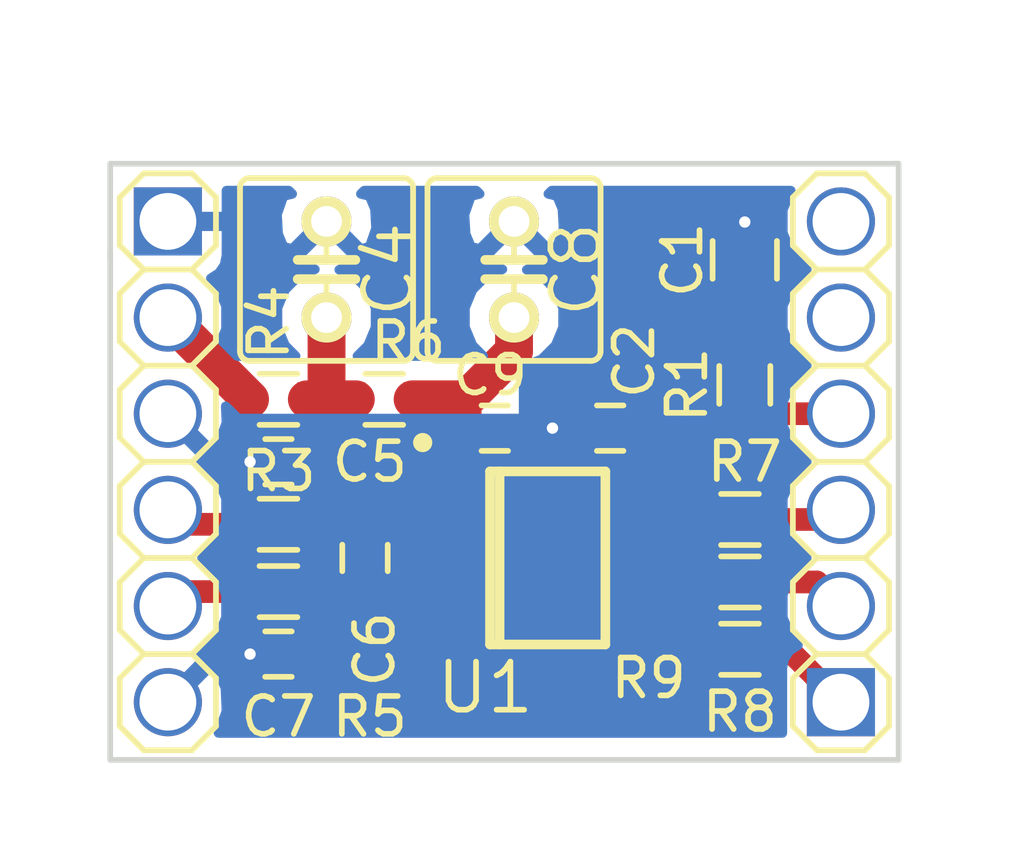
<source format=kicad_pcb>
(kicad_pcb (version 4) (host pcbnew 4.0.4+e1-6308~48~ubuntu16.04.1-stable)

  (general
    (links 34)
    (no_connects 0)
    (area 140.640999 96.190999 161.619001 117.169001)
    (thickness 1.6)
    (drawings 6)
    (tracks 67)
    (zones 0)
    (modules 19)
    (nets 17)
  )

  (page A4)
  (layers
    (0 F.Cu signal)
    (31 B.Cu signal)
    (32 B.Adhes user)
    (33 F.Adhes user)
    (34 B.Paste user)
    (35 F.Paste user)
    (36 B.SilkS user)
    (37 F.SilkS user)
    (38 B.Mask user)
    (39 F.Mask user)
    (40 Dwgs.User user)
    (41 Cmts.User user)
    (42 Eco1.User user)
    (43 Eco2.User user)
    (44 Edge.Cuts user)
    (45 Margin user)
    (46 B.CrtYd user)
    (47 F.CrtYd user)
    (48 B.Fab user)
    (49 F.Fab user)
  )

  (setup
    (last_trace_width 0.6)
    (user_trace_width 0.3)
    (user_trace_width 0.4)
    (user_trace_width 0.6)
    (user_trace_width 0.8)
    (user_trace_width 1)
    (user_trace_width 1.5)
    (user_trace_width 1.8)
    (trace_clearance 0.2)
    (zone_clearance 0.508)
    (zone_45_only yes)
    (trace_min 0.2)
    (segment_width 0.2)
    (edge_width 0.15)
    (via_size 0.6)
    (via_drill 0.4)
    (via_min_size 0.4)
    (via_min_drill 0.3)
    (user_via 0.5 0.3)
    (user_via 0.6 0.4)
    (user_via 0.8 0.6)
    (user_via 1 0.8)
    (user_via 1.2 1)
    (user_via 1.8 1.5)
    (user_via 2.2 1.8)
    (uvia_size 0.3)
    (uvia_drill 0.1)
    (uvias_allowed no)
    (uvia_min_size 0.2)
    (uvia_min_drill 0.1)
    (pcb_text_width 0.3)
    (pcb_text_size 1.5 1.5)
    (mod_edge_width 0.15)
    (mod_text_size 1 1)
    (mod_text_width 0.15)
    (pad_size 1.524 1.524)
    (pad_drill 0.762)
    (pad_to_mask_clearance 0.2)
    (aux_axis_origin 0 0)
    (visible_elements FFFFFF7F)
    (pcbplotparams
      (layerselection 0x00030_80000001)
      (usegerberextensions false)
      (excludeedgelayer true)
      (linewidth 0.100000)
      (plotframeref false)
      (viasonmask false)
      (mode 1)
      (useauxorigin false)
      (hpglpennumber 1)
      (hpglpenspeed 20)
      (hpglpendiameter 15)
      (hpglpenoverlay 2)
      (psnegative false)
      (psa4output false)
      (plotreference true)
      (plotvalue true)
      (plotinvisibletext false)
      (padsonsilk false)
      (subtractmaskfromsilk false)
      (outputformat 1)
      (mirror false)
      (drillshape 1)
      (scaleselection 1)
      (outputdirectory ""))
  )

  (net 0 "")
  (net 1 GND)
  (net 2 VDD)
  (net 3 "Net-(C4-Pad2)")
  (net 4 "Net-(C5-Pad2)")
  (net 5 "Net-(C6-Pad2)")
  (net 6 "Net-(C8-Pad2)")
  (net 7 "Net-(J1-Pad2)")
  (net 8 "Net-(J1-Pad4)")
  (net 9 "Net-(J2-Pad3)")
  (net 10 "Net-(J2-Pad4)")
  (net 11 "Net-(R7-Pad2)")
  (net 12 "Net-(R8-Pad2)")
  (net 13 "Net-(R9-Pad2)")
  (net 14 "Net-(J1-Pad5)")
  (net 15 "Net-(J2-Pad1)")
  (net 16 "Net-(J2-Pad2)")

  (net_class Default "This is the default net class."
    (clearance 0.2)
    (trace_width 0.25)
    (via_dia 0.6)
    (via_drill 0.4)
    (uvia_dia 0.3)
    (uvia_drill 0.1)
    (add_net GND)
    (add_net "Net-(C4-Pad2)")
    (add_net "Net-(C5-Pad2)")
    (add_net "Net-(C6-Pad2)")
    (add_net "Net-(C8-Pad2)")
    (add_net "Net-(J1-Pad2)")
    (add_net "Net-(J1-Pad4)")
    (add_net "Net-(J1-Pad5)")
    (add_net "Net-(J2-Pad1)")
    (add_net "Net-(J2-Pad2)")
    (add_net "Net-(J2-Pad3)")
    (add_net "Net-(J2-Pad4)")
    (add_net "Net-(R7-Pad2)")
    (add_net "Net-(R8-Pad2)")
    (add_net "Net-(R9-Pad2)")
    (add_net VDD)
  )

  (module "SquantorMicrochip:SN8-(SOIC8)" (layer F.Cu) (tedit 584C4E96) (tstamp 58501047)
    (at 152.273 106.68)
    (path /584C13C3)
    (fp_text reference U1 (at -1.651 3.429) (layer F.SilkS)
      (effects (font (size 1.27 1.27) (thickness 0.15)))
    )
    (fp_text value MCP355X-E_SN (at -1.143 6.604) (layer F.Fab)
      (effects (font (size 1.27 1.27) (thickness 0.15)))
    )
    (fp_line (start -1.27 -2.286) (end -1.27 2.286) (layer F.SilkS) (width 0.254))
    (fp_line (start -1.524 -2.286) (end 1.524 -2.286) (layer F.SilkS) (width 0.254))
    (fp_line (start 1.524 -2.286) (end 1.524 2.286) (layer F.SilkS) (width 0.254))
    (fp_line (start 1.524 2.286) (end -1.524 2.286) (layer F.SilkS) (width 0.254))
    (fp_line (start -1.524 2.286) (end -1.524 -2.286) (layer F.SilkS) (width 0.254))
    (fp_circle (center -3.302 -3.048) (end -3.175 -3.048) (layer F.SilkS) (width 0.254))
    (pad 4 smd rect (at -2.667 1.905 270) (size 0.6 1.55) (layers F.Cu F.Paste F.Mask)
      (net 1 GND))
    (pad 3 smd rect (at -2.667 0.635 270) (size 0.6 1.55) (layers F.Cu F.Paste F.Mask)
      (net 5 "Net-(C6-Pad2)"))
    (pad 2 smd rect (at -2.667 -0.635 270) (size 0.6 1.55) (layers F.Cu F.Paste F.Mask)
      (net 4 "Net-(C5-Pad2)"))
    (pad 1 smd rect (at -2.667 -1.905 270) (size 0.6 1.55) (layers F.Cu F.Paste F.Mask)
      (net 6 "Net-(C8-Pad2)"))
    (pad 5 smd rect (at 2.733 1.905 270) (size 0.6 1.55) (layers F.Cu F.Paste F.Mask)
      (net 12 "Net-(R8-Pad2)"))
    (pad 6 smd rect (at 2.733 0.635 270) (size 0.6 1.55) (layers F.Cu F.Paste F.Mask)
      (net 13 "Net-(R9-Pad2)"))
    (pad 7 smd rect (at 2.733 -0.635 270) (size 0.6 1.55) (layers F.Cu F.Paste F.Mask)
      (net 11 "Net-(R7-Pad2)"))
    (pad 8 smd rect (at 2.733 -1.905 270) (size 0.6 1.55) (layers F.Cu F.Paste F.Mask)
      (net 2 VDD))
  )

  (module Capacitors_SMD:C_0603 (layer F.Cu) (tedit 584C4F76) (tstamp 584E3793)
    (at 153.924 103.251 180)
    (descr "Capacitor SMD 0603, reflow soldering, AVX (see smccp.pdf)")
    (tags "capacitor 0603")
    (path /584C446E)
    (attr smd)
    (fp_text reference C2 (at -0.635 1.778 270) (layer F.SilkS)
      (effects (font (size 1 1) (thickness 0.15)))
    )
    (fp_text value 10n (at 0 8.255 180) (layer F.Fab)
      (effects (font (size 1 1) (thickness 0.15)))
    )
    (fp_line (start -0.8 0.4) (end -0.8 -0.4) (layer F.Fab) (width 0.15))
    (fp_line (start 0.8 0.4) (end -0.8 0.4) (layer F.Fab) (width 0.15))
    (fp_line (start 0.8 -0.4) (end 0.8 0.4) (layer F.Fab) (width 0.15))
    (fp_line (start -0.8 -0.4) (end 0.8 -0.4) (layer F.Fab) (width 0.15))
    (fp_line (start -1.45 -0.75) (end 1.45 -0.75) (layer F.CrtYd) (width 0.05))
    (fp_line (start -1.45 0.75) (end 1.45 0.75) (layer F.CrtYd) (width 0.05))
    (fp_line (start -1.45 -0.75) (end -1.45 0.75) (layer F.CrtYd) (width 0.05))
    (fp_line (start 1.45 -0.75) (end 1.45 0.75) (layer F.CrtYd) (width 0.05))
    (fp_line (start -0.35 -0.6) (end 0.35 -0.6) (layer F.SilkS) (width 0.15))
    (fp_line (start 0.35 0.6) (end -0.35 0.6) (layer F.SilkS) (width 0.15))
    (pad 1 smd rect (at -0.75 0 180) (size 0.8 0.75) (layers F.Cu F.Paste F.Mask)
      (net 2 VDD))
    (pad 2 smd rect (at 0.75 0 180) (size 0.8 0.75) (layers F.Cu F.Paste F.Mask)
      (net 1 GND))
    (model Capacitors_SMD.3dshapes/C_0603.wrl
      (at (xyz 0 0 0))
      (scale (xyz 1 1 1))
      (rotate (xyz 0 0 0))
    )
  )

  (module Capacitors_SMD:C_0603 (layer F.Cu) (tedit 584C4F7D) (tstamp 584E37C9)
    (at 145.161 104.14)
    (descr "Capacitor SMD 0603, reflow soldering, AVX (see smccp.pdf)")
    (tags "capacitor 0603")
    (path /584C2D81)
    (attr smd)
    (fp_text reference C5 (at 2.413 0) (layer F.SilkS)
      (effects (font (size 1 1) (thickness 0.15)))
    )
    (fp_text value C (at -5.461 0) (layer F.Fab)
      (effects (font (size 1 1) (thickness 0.15)))
    )
    (fp_line (start -0.8 0.4) (end -0.8 -0.4) (layer F.Fab) (width 0.15))
    (fp_line (start 0.8 0.4) (end -0.8 0.4) (layer F.Fab) (width 0.15))
    (fp_line (start 0.8 -0.4) (end 0.8 0.4) (layer F.Fab) (width 0.15))
    (fp_line (start -0.8 -0.4) (end 0.8 -0.4) (layer F.Fab) (width 0.15))
    (fp_line (start -1.45 -0.75) (end 1.45 -0.75) (layer F.CrtYd) (width 0.05))
    (fp_line (start -1.45 0.75) (end 1.45 0.75) (layer F.CrtYd) (width 0.05))
    (fp_line (start -1.45 -0.75) (end -1.45 0.75) (layer F.CrtYd) (width 0.05))
    (fp_line (start 1.45 -0.75) (end 1.45 0.75) (layer F.CrtYd) (width 0.05))
    (fp_line (start -0.35 -0.6) (end 0.35 -0.6) (layer F.SilkS) (width 0.15))
    (fp_line (start 0.35 0.6) (end -0.35 0.6) (layer F.SilkS) (width 0.15))
    (pad 1 smd rect (at -0.75 0) (size 0.8 0.75) (layers F.Cu F.Paste F.Mask)
      (net 1 GND))
    (pad 2 smd rect (at 0.75 0) (size 0.8 0.75) (layers F.Cu F.Paste F.Mask)
      (net 4 "Net-(C5-Pad2)"))
    (model Capacitors_SMD.3dshapes/C_0603.wrl
      (at (xyz 0 0 0))
      (scale (xyz 1 1 1))
      (rotate (xyz 0 0 0))
    )
  )

  (module Capacitors_SMD:C_0603 (layer F.Cu) (tedit 584C4F2B) (tstamp 584E37D9)
    (at 147.447 106.68 270)
    (descr "Capacitor SMD 0603, reflow soldering, AVX (see smccp.pdf)")
    (tags "capacitor 0603")
    (path /584C2AE8)
    (attr smd)
    (fp_text reference C6 (at 2.413 -0.254 270) (layer F.SilkS)
      (effects (font (size 1 1) (thickness 0.15)))
    )
    (fp_text value C (at 0 9.017 540) (layer F.Fab)
      (effects (font (size 1 1) (thickness 0.15)))
    )
    (fp_line (start -0.8 0.4) (end -0.8 -0.4) (layer F.Fab) (width 0.15))
    (fp_line (start 0.8 0.4) (end -0.8 0.4) (layer F.Fab) (width 0.15))
    (fp_line (start 0.8 -0.4) (end 0.8 0.4) (layer F.Fab) (width 0.15))
    (fp_line (start -0.8 -0.4) (end 0.8 -0.4) (layer F.Fab) (width 0.15))
    (fp_line (start -1.45 -0.75) (end 1.45 -0.75) (layer F.CrtYd) (width 0.05))
    (fp_line (start -1.45 0.75) (end 1.45 0.75) (layer F.CrtYd) (width 0.05))
    (fp_line (start -1.45 -0.75) (end -1.45 0.75) (layer F.CrtYd) (width 0.05))
    (fp_line (start 1.45 -0.75) (end 1.45 0.75) (layer F.CrtYd) (width 0.05))
    (fp_line (start -0.35 -0.6) (end 0.35 -0.6) (layer F.SilkS) (width 0.15))
    (fp_line (start 0.35 0.6) (end -0.35 0.6) (layer F.SilkS) (width 0.15))
    (pad 1 smd rect (at -0.75 0 270) (size 0.8 0.75) (layers F.Cu F.Paste F.Mask)
      (net 4 "Net-(C5-Pad2)"))
    (pad 2 smd rect (at 0.75 0 270) (size 0.8 0.75) (layers F.Cu F.Paste F.Mask)
      (net 5 "Net-(C6-Pad2)"))
    (model Capacitors_SMD.3dshapes/C_0603.wrl
      (at (xyz 0 0 0))
      (scale (xyz 1 1 1))
      (rotate (xyz 0 0 0))
    )
  )

  (module Capacitors_SMD:C_0603 (layer F.Cu) (tedit 584C4F25) (tstamp 584E37E9)
    (at 145.161 109.22 180)
    (descr "Capacitor SMD 0603, reflow soldering, AVX (see smccp.pdf)")
    (tags "capacitor 0603")
    (path /584C2DE2)
    (attr smd)
    (fp_text reference C7 (at 0 -1.651 180) (layer F.SilkS)
      (effects (font (size 1 1) (thickness 0.15)))
    )
    (fp_text value C (at 5.461 0 180) (layer F.Fab)
      (effects (font (size 1 1) (thickness 0.15)))
    )
    (fp_line (start -0.8 0.4) (end -0.8 -0.4) (layer F.Fab) (width 0.15))
    (fp_line (start 0.8 0.4) (end -0.8 0.4) (layer F.Fab) (width 0.15))
    (fp_line (start 0.8 -0.4) (end 0.8 0.4) (layer F.Fab) (width 0.15))
    (fp_line (start -0.8 -0.4) (end 0.8 -0.4) (layer F.Fab) (width 0.15))
    (fp_line (start -1.45 -0.75) (end 1.45 -0.75) (layer F.CrtYd) (width 0.05))
    (fp_line (start -1.45 0.75) (end 1.45 0.75) (layer F.CrtYd) (width 0.05))
    (fp_line (start -1.45 -0.75) (end -1.45 0.75) (layer F.CrtYd) (width 0.05))
    (fp_line (start 1.45 -0.75) (end 1.45 0.75) (layer F.CrtYd) (width 0.05))
    (fp_line (start -0.35 -0.6) (end 0.35 -0.6) (layer F.SilkS) (width 0.15))
    (fp_line (start 0.35 0.6) (end -0.35 0.6) (layer F.SilkS) (width 0.15))
    (pad 1 smd rect (at -0.75 0 180) (size 0.8 0.75) (layers F.Cu F.Paste F.Mask)
      (net 5 "Net-(C6-Pad2)"))
    (pad 2 smd rect (at 0.75 0 180) (size 0.8 0.75) (layers F.Cu F.Paste F.Mask)
      (net 1 GND))
    (model Capacitors_SMD.3dshapes/C_0603.wrl
      (at (xyz 0 0 0))
      (scale (xyz 1 1 1))
      (rotate (xyz 0 0 0))
    )
  )

  (module Resistors_SMD:R_0603 (layer F.Cu) (tedit 584C4F78) (tstamp 584E3825)
    (at 157.48 102.108 90)
    (descr "Resistor SMD 0603, reflow soldering, Vishay (see dcrcw.pdf)")
    (tags "resistor 0603")
    (path /584C4B10)
    (attr smd)
    (fp_text reference R1 (at 0 -1.524 90) (layer F.SilkS)
      (effects (font (size 1 1) (thickness 0.15)))
    )
    (fp_text value 100 (at 0.127 5.08 90) (layer F.Fab)
      (effects (font (size 1 1) (thickness 0.15)))
    )
    (fp_line (start -0.8 0.4) (end -0.8 -0.4) (layer F.Fab) (width 0.1))
    (fp_line (start 0.8 0.4) (end -0.8 0.4) (layer F.Fab) (width 0.1))
    (fp_line (start 0.8 -0.4) (end 0.8 0.4) (layer F.Fab) (width 0.1))
    (fp_line (start -0.8 -0.4) (end 0.8 -0.4) (layer F.Fab) (width 0.1))
    (fp_line (start -1.3 -0.8) (end 1.3 -0.8) (layer F.CrtYd) (width 0.05))
    (fp_line (start -1.3 0.8) (end 1.3 0.8) (layer F.CrtYd) (width 0.05))
    (fp_line (start -1.3 -0.8) (end -1.3 0.8) (layer F.CrtYd) (width 0.05))
    (fp_line (start 1.3 -0.8) (end 1.3 0.8) (layer F.CrtYd) (width 0.05))
    (fp_line (start 0.5 0.675) (end -0.5 0.675) (layer F.SilkS) (width 0.15))
    (fp_line (start -0.5 -0.675) (end 0.5 -0.675) (layer F.SilkS) (width 0.15))
    (pad 1 smd rect (at -0.75 0 90) (size 0.5 0.9) (layers F.Cu F.Paste F.Mask)
      (net 10 "Net-(J2-Pad4)"))
    (pad 2 smd rect (at 0.75 0 90) (size 0.5 0.9) (layers F.Cu F.Paste F.Mask)
      (net 2 VDD))
    (model Resistors_SMD.3dshapes/R_0603.wrl
      (at (xyz 0 0 0))
      (scale (xyz 1 1 1))
      (rotate (xyz 0 0 0))
    )
  )

  (module Resistors_SMD:R_0603 (layer F.Cu) (tedit 584C4F3F) (tstamp 584E3845)
    (at 145.161 102.489 180)
    (descr "Resistor SMD 0603, reflow soldering, Vishay (see dcrcw.pdf)")
    (tags "resistor 0603")
    (path /584C241D)
    (attr smd)
    (fp_text reference R3 (at 0 -1.9 180) (layer F.SilkS)
      (effects (font (size 1 1) (thickness 0.15)))
    )
    (fp_text value 100 (at 0.381 8.001 270) (layer F.Fab)
      (effects (font (size 1 1) (thickness 0.15)))
    )
    (fp_line (start -0.8 0.4) (end -0.8 -0.4) (layer F.Fab) (width 0.1))
    (fp_line (start 0.8 0.4) (end -0.8 0.4) (layer F.Fab) (width 0.1))
    (fp_line (start 0.8 -0.4) (end 0.8 0.4) (layer F.Fab) (width 0.1))
    (fp_line (start -0.8 -0.4) (end 0.8 -0.4) (layer F.Fab) (width 0.1))
    (fp_line (start -1.3 -0.8) (end 1.3 -0.8) (layer F.CrtYd) (width 0.05))
    (fp_line (start -1.3 0.8) (end 1.3 0.8) (layer F.CrtYd) (width 0.05))
    (fp_line (start -1.3 -0.8) (end -1.3 0.8) (layer F.CrtYd) (width 0.05))
    (fp_line (start 1.3 -0.8) (end 1.3 0.8) (layer F.CrtYd) (width 0.05))
    (fp_line (start 0.5 0.675) (end -0.5 0.675) (layer F.SilkS) (width 0.15))
    (fp_line (start -0.5 -0.675) (end 0.5 -0.675) (layer F.SilkS) (width 0.15))
    (pad 1 smd rect (at -0.75 0 180) (size 0.5 0.9) (layers F.Cu F.Paste F.Mask)
      (net 3 "Net-(C4-Pad2)"))
    (pad 2 smd rect (at 0.75 0 180) (size 0.5 0.9) (layers F.Cu F.Paste F.Mask)
      (net 7 "Net-(J1-Pad2)"))
    (model Resistors_SMD.3dshapes/R_0603.wrl
      (at (xyz 0 0 0))
      (scale (xyz 1 1 1))
      (rotate (xyz 0 0 0))
    )
  )

  (module Resistors_SMD:R_0603 (layer F.Cu) (tedit 584C4F1F) (tstamp 584E3855)
    (at 145.161 105.791 180)
    (descr "Resistor SMD 0603, reflow soldering, Vishay (see dcrcw.pdf)")
    (tags "resistor 0603")
    (path /584C2932)
    (attr smd)
    (fp_text reference R4 (at 0.254 5.334 270) (layer F.SilkS)
      (effects (font (size 1 1) (thickness 0.15)))
    )
    (fp_text value R (at 5.461 0 180) (layer F.Fab)
      (effects (font (size 1 1) (thickness 0.15)))
    )
    (fp_line (start -0.8 0.4) (end -0.8 -0.4) (layer F.Fab) (width 0.1))
    (fp_line (start 0.8 0.4) (end -0.8 0.4) (layer F.Fab) (width 0.1))
    (fp_line (start 0.8 -0.4) (end 0.8 0.4) (layer F.Fab) (width 0.1))
    (fp_line (start -0.8 -0.4) (end 0.8 -0.4) (layer F.Fab) (width 0.1))
    (fp_line (start -1.3 -0.8) (end 1.3 -0.8) (layer F.CrtYd) (width 0.05))
    (fp_line (start -1.3 0.8) (end 1.3 0.8) (layer F.CrtYd) (width 0.05))
    (fp_line (start -1.3 -0.8) (end -1.3 0.8) (layer F.CrtYd) (width 0.05))
    (fp_line (start 1.3 -0.8) (end 1.3 0.8) (layer F.CrtYd) (width 0.05))
    (fp_line (start 0.5 0.675) (end -0.5 0.675) (layer F.SilkS) (width 0.15))
    (fp_line (start -0.5 -0.675) (end 0.5 -0.675) (layer F.SilkS) (width 0.15))
    (pad 1 smd rect (at -0.75 0 180) (size 0.5 0.9) (layers F.Cu F.Paste F.Mask)
      (net 4 "Net-(C5-Pad2)"))
    (pad 2 smd rect (at 0.75 0 180) (size 0.5 0.9) (layers F.Cu F.Paste F.Mask)
      (net 8 "Net-(J1-Pad4)"))
    (model Resistors_SMD.3dshapes/R_0603.wrl
      (at (xyz 0 0 0))
      (scale (xyz 1 1 1))
      (rotate (xyz 0 0 0))
    )
  )

  (module Resistors_SMD:R_0603 (layer F.Cu) (tedit 584C4F23) (tstamp 584E3865)
    (at 145.161 107.569 180)
    (descr "Resistor SMD 0603, reflow soldering, Vishay (see dcrcw.pdf)")
    (tags "resistor 0603")
    (path /584C2A97)
    (attr smd)
    (fp_text reference R5 (at -2.413 -3.302 180) (layer F.SilkS)
      (effects (font (size 1 1) (thickness 0.15)))
    )
    (fp_text value R (at 5.461 0.127 180) (layer F.Fab)
      (effects (font (size 1 1) (thickness 0.15)))
    )
    (fp_line (start -0.8 0.4) (end -0.8 -0.4) (layer F.Fab) (width 0.1))
    (fp_line (start 0.8 0.4) (end -0.8 0.4) (layer F.Fab) (width 0.1))
    (fp_line (start 0.8 -0.4) (end 0.8 0.4) (layer F.Fab) (width 0.1))
    (fp_line (start -0.8 -0.4) (end 0.8 -0.4) (layer F.Fab) (width 0.1))
    (fp_line (start -1.3 -0.8) (end 1.3 -0.8) (layer F.CrtYd) (width 0.05))
    (fp_line (start -1.3 0.8) (end 1.3 0.8) (layer F.CrtYd) (width 0.05))
    (fp_line (start -1.3 -0.8) (end -1.3 0.8) (layer F.CrtYd) (width 0.05))
    (fp_line (start 1.3 -0.8) (end 1.3 0.8) (layer F.CrtYd) (width 0.05))
    (fp_line (start 0.5 0.675) (end -0.5 0.675) (layer F.SilkS) (width 0.15))
    (fp_line (start -0.5 -0.675) (end 0.5 -0.675) (layer F.SilkS) (width 0.15))
    (pad 1 smd rect (at -0.75 0 180) (size 0.5 0.9) (layers F.Cu F.Paste F.Mask)
      (net 5 "Net-(C6-Pad2)"))
    (pad 2 smd rect (at 0.75 0 180) (size 0.5 0.9) (layers F.Cu F.Paste F.Mask)
      (net 14 "Net-(J1-Pad5)"))
    (model Resistors_SMD.3dshapes/R_0603.wrl
      (at (xyz 0 0 0))
      (scale (xyz 1 1 1))
      (rotate (xyz 0 0 0))
    )
  )

  (module Resistors_SMD:R_0603 (layer F.Cu) (tedit 584C4F40) (tstamp 584E3875)
    (at 147.955 102.489 180)
    (descr "Resistor SMD 0603, reflow soldering, Vishay (see dcrcw.pdf)")
    (tags "resistor 0603")
    (path /584C245E)
    (attr smd)
    (fp_text reference R6 (at -0.635 1.524 180) (layer F.SilkS)
      (effects (font (size 1 1) (thickness 0.15)))
    )
    (fp_text value 100 (at -0.254 8.001 270) (layer F.Fab)
      (effects (font (size 1 1) (thickness 0.15)))
    )
    (fp_line (start -0.8 0.4) (end -0.8 -0.4) (layer F.Fab) (width 0.1))
    (fp_line (start 0.8 0.4) (end -0.8 0.4) (layer F.Fab) (width 0.1))
    (fp_line (start 0.8 -0.4) (end 0.8 0.4) (layer F.Fab) (width 0.1))
    (fp_line (start -0.8 -0.4) (end 0.8 -0.4) (layer F.Fab) (width 0.1))
    (fp_line (start -1.3 -0.8) (end 1.3 -0.8) (layer F.CrtYd) (width 0.05))
    (fp_line (start -1.3 0.8) (end 1.3 0.8) (layer F.CrtYd) (width 0.05))
    (fp_line (start -1.3 -0.8) (end -1.3 0.8) (layer F.CrtYd) (width 0.05))
    (fp_line (start 1.3 -0.8) (end 1.3 0.8) (layer F.CrtYd) (width 0.05))
    (fp_line (start 0.5 0.675) (end -0.5 0.675) (layer F.SilkS) (width 0.15))
    (fp_line (start -0.5 -0.675) (end 0.5 -0.675) (layer F.SilkS) (width 0.15))
    (pad 1 smd rect (at -0.75 0 180) (size 0.5 0.9) (layers F.Cu F.Paste F.Mask)
      (net 6 "Net-(C8-Pad2)"))
    (pad 2 smd rect (at 0.75 0 180) (size 0.5 0.9) (layers F.Cu F.Paste F.Mask)
      (net 3 "Net-(C4-Pad2)"))
    (model Resistors_SMD.3dshapes/R_0603.wrl
      (at (xyz 0 0 0))
      (scale (xyz 1 1 1))
      (rotate (xyz 0 0 0))
    )
  )

  (module Resistors_SMD:R_0603 (layer F.Cu) (tedit 584C4EB9) (tstamp 584E3885)
    (at 157.353 105.664 180)
    (descr "Resistor SMD 0603, reflow soldering, Vishay (see dcrcw.pdf)")
    (tags "resistor 0603")
    (path /584C1B83)
    (attr smd)
    (fp_text reference R7 (at -0.127 1.524 180) (layer F.SilkS)
      (effects (font (size 1 1) (thickness 0.15)))
    )
    (fp_text value 100 (at -5.842 0.127 180) (layer F.Fab)
      (effects (font (size 1 1) (thickness 0.15)))
    )
    (fp_line (start -0.8 0.4) (end -0.8 -0.4) (layer F.Fab) (width 0.1))
    (fp_line (start 0.8 0.4) (end -0.8 0.4) (layer F.Fab) (width 0.1))
    (fp_line (start 0.8 -0.4) (end 0.8 0.4) (layer F.Fab) (width 0.1))
    (fp_line (start -0.8 -0.4) (end 0.8 -0.4) (layer F.Fab) (width 0.1))
    (fp_line (start -1.3 -0.8) (end 1.3 -0.8) (layer F.CrtYd) (width 0.05))
    (fp_line (start -1.3 0.8) (end 1.3 0.8) (layer F.CrtYd) (width 0.05))
    (fp_line (start -1.3 -0.8) (end -1.3 0.8) (layer F.CrtYd) (width 0.05))
    (fp_line (start 1.3 -0.8) (end 1.3 0.8) (layer F.CrtYd) (width 0.05))
    (fp_line (start 0.5 0.675) (end -0.5 0.675) (layer F.SilkS) (width 0.15))
    (fp_line (start -0.5 -0.675) (end 0.5 -0.675) (layer F.SilkS) (width 0.15))
    (pad 1 smd rect (at -0.75 0 180) (size 0.5 0.9) (layers F.Cu F.Paste F.Mask)
      (net 9 "Net-(J2-Pad3)"))
    (pad 2 smd rect (at 0.75 0 180) (size 0.5 0.9) (layers F.Cu F.Paste F.Mask)
      (net 11 "Net-(R7-Pad2)"))
    (model Resistors_SMD.3dshapes/R_0603.wrl
      (at (xyz 0 0 0))
      (scale (xyz 1 1 1))
      (rotate (xyz 0 0 0))
    )
  )

  (module Resistors_SMD:R_0603 (layer F.Cu) (tedit 584C4EE9) (tstamp 584E3895)
    (at 157.353 109.093 180)
    (descr "Resistor SMD 0603, reflow soldering, Vishay (see dcrcw.pdf)")
    (tags "resistor 0603")
    (path /584C1C6B)
    (attr smd)
    (fp_text reference R8 (at 0 -1.651 180) (layer F.SilkS)
      (effects (font (size 1 1) (thickness 0.15)))
    )
    (fp_text value 100 (at -5.969 0 180) (layer F.Fab)
      (effects (font (size 1 1) (thickness 0.15)))
    )
    (fp_line (start -0.8 0.4) (end -0.8 -0.4) (layer F.Fab) (width 0.1))
    (fp_line (start 0.8 0.4) (end -0.8 0.4) (layer F.Fab) (width 0.1))
    (fp_line (start 0.8 -0.4) (end 0.8 0.4) (layer F.Fab) (width 0.1))
    (fp_line (start -0.8 -0.4) (end 0.8 -0.4) (layer F.Fab) (width 0.1))
    (fp_line (start -1.3 -0.8) (end 1.3 -0.8) (layer F.CrtYd) (width 0.05))
    (fp_line (start -1.3 0.8) (end 1.3 0.8) (layer F.CrtYd) (width 0.05))
    (fp_line (start -1.3 -0.8) (end -1.3 0.8) (layer F.CrtYd) (width 0.05))
    (fp_line (start 1.3 -0.8) (end 1.3 0.8) (layer F.CrtYd) (width 0.05))
    (fp_line (start 0.5 0.675) (end -0.5 0.675) (layer F.SilkS) (width 0.15))
    (fp_line (start -0.5 -0.675) (end 0.5 -0.675) (layer F.SilkS) (width 0.15))
    (pad 1 smd rect (at -0.75 0 180) (size 0.5 0.9) (layers F.Cu F.Paste F.Mask)
      (net 15 "Net-(J2-Pad1)"))
    (pad 2 smd rect (at 0.75 0 180) (size 0.5 0.9) (layers F.Cu F.Paste F.Mask)
      (net 12 "Net-(R8-Pad2)"))
    (model Resistors_SMD.3dshapes/R_0603.wrl
      (at (xyz 0 0 0))
      (scale (xyz 1 1 1))
      (rotate (xyz 0 0 0))
    )
  )

  (module Resistors_SMD:R_0603 (layer F.Cu) (tedit 584C4EE7) (tstamp 584E38A5)
    (at 157.353 107.315 180)
    (descr "Resistor SMD 0603, reflow soldering, Vishay (see dcrcw.pdf)")
    (tags "resistor 0603")
    (path /584C1C14)
    (attr smd)
    (fp_text reference R9 (at 2.413 -2.54 180) (layer F.SilkS)
      (effects (font (size 1 1) (thickness 0.15)))
    )
    (fp_text value 100 (at -5.842 0 180) (layer F.Fab)
      (effects (font (size 1 1) (thickness 0.15)))
    )
    (fp_line (start -0.8 0.4) (end -0.8 -0.4) (layer F.Fab) (width 0.1))
    (fp_line (start 0.8 0.4) (end -0.8 0.4) (layer F.Fab) (width 0.1))
    (fp_line (start 0.8 -0.4) (end 0.8 0.4) (layer F.Fab) (width 0.1))
    (fp_line (start -0.8 -0.4) (end 0.8 -0.4) (layer F.Fab) (width 0.1))
    (fp_line (start -1.3 -0.8) (end 1.3 -0.8) (layer F.CrtYd) (width 0.05))
    (fp_line (start -1.3 0.8) (end 1.3 0.8) (layer F.CrtYd) (width 0.05))
    (fp_line (start -1.3 -0.8) (end -1.3 0.8) (layer F.CrtYd) (width 0.05))
    (fp_line (start 1.3 -0.8) (end 1.3 0.8) (layer F.CrtYd) (width 0.05))
    (fp_line (start 0.5 0.675) (end -0.5 0.675) (layer F.SilkS) (width 0.15))
    (fp_line (start -0.5 -0.675) (end 0.5 -0.675) (layer F.SilkS) (width 0.15))
    (pad 1 smd rect (at -0.75 0 180) (size 0.5 0.9) (layers F.Cu F.Paste F.Mask)
      (net 16 "Net-(J2-Pad2)"))
    (pad 2 smd rect (at 0.75 0 180) (size 0.5 0.9) (layers F.Cu F.Paste F.Mask)
      (net 13 "Net-(R9-Pad2)"))
    (model Resistors_SMD.3dshapes/R_0603.wrl
      (at (xyz 0 0 0))
      (scale (xyz 1 1 1))
      (rotate (xyz 0 0 0))
    )
  )

  (module Capacitors_SMD:C_0805 (layer F.Cu) (tedit 584C4F6C) (tstamp 584C4480)
    (at 157.48 98.806 90)
    (descr "Capacitor SMD 0805, reflow soldering, AVX (see smccp.pdf)")
    (tags "capacitor 0805")
    (path /584C4507)
    (attr smd)
    (fp_text reference C1 (at 0 -1.651 90) (layer F.SilkS)
      (effects (font (size 1 1) (thickness 0.15)))
    )
    (fp_text value 1u (at 3.556 -0.127 90) (layer F.Fab)
      (effects (font (size 1 1) (thickness 0.15)))
    )
    (fp_line (start -1 0.625) (end -1 -0.625) (layer F.Fab) (width 0.15))
    (fp_line (start 1 0.625) (end -1 0.625) (layer F.Fab) (width 0.15))
    (fp_line (start 1 -0.625) (end 1 0.625) (layer F.Fab) (width 0.15))
    (fp_line (start -1 -0.625) (end 1 -0.625) (layer F.Fab) (width 0.15))
    (fp_line (start -1.8 -1) (end 1.8 -1) (layer F.CrtYd) (width 0.05))
    (fp_line (start -1.8 1) (end 1.8 1) (layer F.CrtYd) (width 0.05))
    (fp_line (start -1.8 -1) (end -1.8 1) (layer F.CrtYd) (width 0.05))
    (fp_line (start 1.8 -1) (end 1.8 1) (layer F.CrtYd) (width 0.05))
    (fp_line (start 0.5 -0.85) (end -0.5 -0.85) (layer F.SilkS) (width 0.15))
    (fp_line (start -0.5 0.85) (end 0.5 0.85) (layer F.SilkS) (width 0.15))
    (pad 1 smd rect (at -1 0 90) (size 1 1.25) (layers F.Cu F.Paste F.Mask)
      (net 2 VDD))
    (pad 2 smd rect (at 1 0 90) (size 1 1.25) (layers F.Cu F.Paste F.Mask)
      (net 1 GND))
    (model Capacitors_SMD.3dshapes/C_0805.wrl
      (at (xyz 0 0 0))
      (scale (xyz 1 1 1))
      (rotate (xyz 0 0 0))
    )
  )

  (module SquantorRcl:RCL-C025-050X050 (layer F.Cu) (tedit 584C4F67) (tstamp 584C448F)
    (at 146.431 99.06 270)
    (descr CAPACITOR)
    (tags CAPACITOR)
    (path /584C2575)
    (attr virtual)
    (fp_text reference C4 (at 0 -1.651 270) (layer F.SilkS)
      (effects (font (size 1.27 1.27) (thickness 0.15)))
    )
    (fp_text value 1u (at -4.318 -0.127 270) (layer F.Fab)
      (effects (font (size 1.27 1.27) (thickness 0.15)))
    )
    (fp_line (start -2.159 -2.286) (end 2.159 -2.286) (layer F.SilkS) (width 0.1524))
    (fp_line (start 2.159 2.286) (end -2.159 2.286) (layer F.SilkS) (width 0.1524))
    (fp_line (start 2.413 -2.032) (end 2.413 2.032) (layer F.SilkS) (width 0.1524))
    (fp_line (start -2.413 -2.032) (end -2.413 2.032) (layer F.SilkS) (width 0.1524))
    (fp_line (start 0.762 0) (end 0.381 0) (layer F.SilkS) (width 0.1524))
    (fp_line (start 0.381 0) (end 0.254 0) (layer F.SilkS) (width 0.1524))
    (fp_line (start 0.254 0) (end 0.254 -0.762) (layer F.SilkS) (width 0.254))
    (fp_line (start 0.254 0) (end 0.254 0.762) (layer F.SilkS) (width 0.254))
    (fp_line (start -0.254 -0.762) (end -0.254 0) (layer F.SilkS) (width 0.254))
    (fp_line (start -0.254 0) (end -0.254 0.762) (layer F.SilkS) (width 0.254))
    (fp_line (start -0.254 0) (end -0.381 0) (layer F.SilkS) (width 0.1524))
    (fp_line (start -0.381 0) (end -0.762 0) (layer F.SilkS) (width 0.1524))
    (fp_arc (start 2.159 -2.032) (end 2.159 -2.286) (angle 90) (layer F.SilkS) (width 0.1524))
    (fp_arc (start -2.159 -2.032) (end -2.413 -2.032) (angle 90) (layer F.SilkS) (width 0.1524))
    (fp_arc (start 2.159 2.032) (end 2.413 2.032) (angle 90) (layer F.SilkS) (width 0.1524))
    (fp_arc (start -2.159 2.032) (end -2.159 2.286) (angle 90) (layer F.SilkS) (width 0.1524))
    (pad 1 thru_hole circle (at -1.27 0 270) (size 1.3208 2.6416) (drill 0.8128) (layers *.Cu F.Paste F.SilkS F.Mask)
      (net 1 GND))
    (pad 2 thru_hole circle (at 1.27 0 270) (size 1.3208 2.6416) (drill 0.8128) (layers *.Cu F.Paste F.SilkS F.Mask)
      (net 3 "Net-(C4-Pad2)"))
  )

  (module SquantorRcl:RCL-C025-050X050 (layer F.Cu) (tedit 584C4F65) (tstamp 584C4494)
    (at 151.384 99.06 270)
    (descr CAPACITOR)
    (tags CAPACITOR)
    (path /584C25B4)
    (attr virtual)
    (fp_text reference C8 (at 0 -1.651 270) (layer F.SilkS)
      (effects (font (size 1.27 1.27) (thickness 0.15)))
    )
    (fp_text value 1u (at -5.842 -0.381 270) (layer F.Fab)
      (effects (font (size 1.27 1.27) (thickness 0.15)))
    )
    (fp_line (start -2.159 -2.286) (end 2.159 -2.286) (layer F.SilkS) (width 0.1524))
    (fp_line (start 2.159 2.286) (end -2.159 2.286) (layer F.SilkS) (width 0.1524))
    (fp_line (start 2.413 -2.032) (end 2.413 2.032) (layer F.SilkS) (width 0.1524))
    (fp_line (start -2.413 -2.032) (end -2.413 2.032) (layer F.SilkS) (width 0.1524))
    (fp_line (start 0.762 0) (end 0.381 0) (layer F.SilkS) (width 0.1524))
    (fp_line (start 0.381 0) (end 0.254 0) (layer F.SilkS) (width 0.1524))
    (fp_line (start 0.254 0) (end 0.254 -0.762) (layer F.SilkS) (width 0.254))
    (fp_line (start 0.254 0) (end 0.254 0.762) (layer F.SilkS) (width 0.254))
    (fp_line (start -0.254 -0.762) (end -0.254 0) (layer F.SilkS) (width 0.254))
    (fp_line (start -0.254 0) (end -0.254 0.762) (layer F.SilkS) (width 0.254))
    (fp_line (start -0.254 0) (end -0.381 0) (layer F.SilkS) (width 0.1524))
    (fp_line (start -0.381 0) (end -0.762 0) (layer F.SilkS) (width 0.1524))
    (fp_arc (start 2.159 -2.032) (end 2.159 -2.286) (angle 90) (layer F.SilkS) (width 0.1524))
    (fp_arc (start -2.159 -2.032) (end -2.413 -2.032) (angle 90) (layer F.SilkS) (width 0.1524))
    (fp_arc (start 2.159 2.032) (end 2.413 2.032) (angle 90) (layer F.SilkS) (width 0.1524))
    (fp_arc (start -2.159 2.032) (end -2.159 2.286) (angle 90) (layer F.SilkS) (width 0.1524))
    (pad 1 thru_hole circle (at -1.27 0 270) (size 1.3208 2.6416) (drill 0.8128) (layers *.Cu F.Paste F.SilkS F.Mask)
      (net 1 GND))
    (pad 2 thru_hole circle (at 1.27 0 270) (size 1.3208 2.6416) (drill 0.8128) (layers *.Cu F.Paste F.SilkS F.Mask)
      (net 6 "Net-(C8-Pad2)"))
  )

  (module Capacitors_SMD:C_0603 (layer F.Cu) (tedit 584C4F45) (tstamp 584C49F0)
    (at 150.876 103.251 180)
    (descr "Capacitor SMD 0603, reflow soldering, AVX (see smccp.pdf)")
    (tags "capacitor 0603")
    (path /584C29A1)
    (attr smd)
    (fp_text reference C9 (at 0.127 1.397 180) (layer F.SilkS)
      (effects (font (size 1 1) (thickness 0.15)))
    )
    (fp_text value 10n (at 0.254 8.255 180) (layer F.Fab)
      (effects (font (size 1 1) (thickness 0.15)))
    )
    (fp_line (start -0.8 0.4) (end -0.8 -0.4) (layer F.Fab) (width 0.15))
    (fp_line (start 0.8 0.4) (end -0.8 0.4) (layer F.Fab) (width 0.15))
    (fp_line (start 0.8 -0.4) (end 0.8 0.4) (layer F.Fab) (width 0.15))
    (fp_line (start -0.8 -0.4) (end 0.8 -0.4) (layer F.Fab) (width 0.15))
    (fp_line (start -1.45 -0.75) (end 1.45 -0.75) (layer F.CrtYd) (width 0.05))
    (fp_line (start -1.45 0.75) (end 1.45 0.75) (layer F.CrtYd) (width 0.05))
    (fp_line (start -1.45 -0.75) (end -1.45 0.75) (layer F.CrtYd) (width 0.05))
    (fp_line (start 1.45 -0.75) (end 1.45 0.75) (layer F.CrtYd) (width 0.05))
    (fp_line (start -0.35 -0.6) (end 0.35 -0.6) (layer F.SilkS) (width 0.15))
    (fp_line (start 0.35 0.6) (end -0.35 0.6) (layer F.SilkS) (width 0.15))
    (pad 1 smd rect (at -0.75 0 180) (size 0.8 0.75) (layers F.Cu F.Paste F.Mask)
      (net 1 GND))
    (pad 2 smd rect (at 0.75 0 180) (size 0.8 0.75) (layers F.Cu F.Paste F.Mask)
      (net 6 "Net-(C8-Pad2)"))
    (model Capacitors_SMD.3dshapes/C_0603.wrl
      (at (xyz 0 0 0))
      (scale (xyz 1 1 1))
      (rotate (xyz 0 0 0))
    )
  )

  (module SquantorConnectors:Header-2.54-1X06-H1.5 (layer F.Cu) (tedit 584C4E80) (tstamp 584C4DCC)
    (at 142.24 104.14 270)
    (descr "PIN HEADER")
    (tags "PIN HEADER")
    (path /584C58EB)
    (attr virtual)
    (fp_text reference J1 (at -6.223 -2.286 270) (layer F.SilkS) hide
      (effects (font (size 1.27 1.27) (thickness 0.15)))
    )
    (fp_text value PINS_1X6 (at 0 2.54 270) (layer F.Fab) hide
      (effects (font (size 1.27 1.27) (thickness 0.15)))
    )
    (fp_line (start 0.635 -1.27) (end 1.905 -1.27) (layer F.SilkS) (width 0.1524))
    (fp_line (start 1.905 -1.27) (end 2.54 -0.635) (layer F.SilkS) (width 0.1524))
    (fp_line (start 2.54 -0.635) (end 2.54 0.635) (layer F.SilkS) (width 0.1524))
    (fp_line (start 2.54 0.635) (end 1.905 1.27) (layer F.SilkS) (width 0.1524))
    (fp_line (start 2.54 -0.635) (end 3.175 -1.27) (layer F.SilkS) (width 0.1524))
    (fp_line (start 3.175 -1.27) (end 4.445 -1.27) (layer F.SilkS) (width 0.1524))
    (fp_line (start 4.445 -1.27) (end 5.08 -0.635) (layer F.SilkS) (width 0.1524))
    (fp_line (start 5.08 -0.635) (end 5.08 0.635) (layer F.SilkS) (width 0.15))
    (fp_line (start 5.08 0.635) (end 4.445 1.27) (layer F.SilkS) (width 0.1524))
    (fp_line (start 4.445 1.27) (end 3.175 1.27) (layer F.SilkS) (width 0.1524))
    (fp_line (start 3.175 1.27) (end 2.54 0.635) (layer F.SilkS) (width 0.1524))
    (fp_line (start -2.54 -0.635) (end -1.905 -1.27) (layer F.SilkS) (width 0.1524))
    (fp_line (start -1.905 -1.27) (end -0.635 -1.27) (layer F.SilkS) (width 0.1524))
    (fp_line (start -0.635 -1.27) (end 0 -0.635) (layer F.SilkS) (width 0.1524))
    (fp_line (start 0 -0.635) (end 0 0.635) (layer F.SilkS) (width 0.1524))
    (fp_line (start 0 0.635) (end -0.635 1.27) (layer F.SilkS) (width 0.1524))
    (fp_line (start -0.635 1.27) (end -1.905 1.27) (layer F.SilkS) (width 0.1524))
    (fp_line (start -1.905 1.27) (end -2.54 0.635) (layer F.SilkS) (width 0.1524))
    (fp_line (start 0.635 -1.27) (end 0 -0.635) (layer F.SilkS) (width 0.1524))
    (fp_line (start 0 0.635) (end 0.635 1.27) (layer F.SilkS) (width 0.1524))
    (fp_line (start 1.905 1.27) (end 0.635 1.27) (layer F.SilkS) (width 0.1524))
    (fp_line (start -6.985 -1.27) (end -5.715 -1.27) (layer F.SilkS) (width 0.1524))
    (fp_line (start -5.715 -1.27) (end -5.08 -0.635) (layer F.SilkS) (width 0.1524))
    (fp_line (start -5.08 -0.635) (end -5.08 0.635) (layer F.SilkS) (width 0.1524))
    (fp_line (start -5.08 0.635) (end -5.715 1.27) (layer F.SilkS) (width 0.1524))
    (fp_line (start -5.08 -0.635) (end -4.445 -1.27) (layer F.SilkS) (width 0.1524))
    (fp_line (start -4.445 -1.27) (end -3.175 -1.27) (layer F.SilkS) (width 0.1524))
    (fp_line (start -3.175 -1.27) (end -2.54 -0.635) (layer F.SilkS) (width 0.1524))
    (fp_line (start -2.54 -0.635) (end -2.54 0.635) (layer F.SilkS) (width 0.1524))
    (fp_line (start -2.54 0.635) (end -3.175 1.27) (layer F.SilkS) (width 0.1524))
    (fp_line (start -3.175 1.27) (end -4.445 1.27) (layer F.SilkS) (width 0.1524))
    (fp_line (start -4.445 1.27) (end -5.08 0.635) (layer F.SilkS) (width 0.1524))
    (fp_line (start -7.62 -0.635) (end -7.62 0.635) (layer F.SilkS) (width 0.1524))
    (fp_line (start -6.985 -1.27) (end -7.62 -0.635) (layer F.SilkS) (width 0.1524))
    (fp_line (start -7.62 0.635) (end -6.985 1.27) (layer F.SilkS) (width 0.1524))
    (fp_line (start -5.715 1.27) (end -6.985 1.27) (layer F.SilkS) (width 0.1524))
    (fp_line (start 5.715 -1.27) (end 6.985 -1.27) (layer F.SilkS) (width 0.1524))
    (fp_line (start 6.985 -1.27) (end 7.62 -0.635) (layer F.SilkS) (width 0.1524))
    (fp_line (start 7.62 -0.635) (end 7.62 0.635) (layer F.SilkS) (width 0.1524))
    (fp_line (start 7.62 0.635) (end 6.985 1.27) (layer F.SilkS) (width 0.1524))
    (fp_line (start 5.715 -1.27) (end 5.08 -0.635) (layer F.SilkS) (width 0.1524))
    (fp_line (start 5.08 0.635) (end 5.715 1.27) (layer F.SilkS) (width 0.1524))
    (fp_line (start 6.985 1.27) (end 5.715 1.27) (layer F.SilkS) (width 0.1524))
    (pad 1 thru_hole trapezoid (at -6.35 0 90) (size 1.8 1.8) (drill 1.5) (layers *.Cu *.Mask)
      (net 1 GND))
    (pad 2 thru_hole circle (at -3.81 0 90) (size 1.8 1.8) (drill 1.5) (layers *.Cu *.Mask)
      (net 7 "Net-(J1-Pad2)"))
    (pad 3 thru_hole circle (at -1.27 0 90) (size 1.8 1.8) (drill 1.5) (layers *.Cu *.Mask)
      (net 1 GND))
    (pad 4 thru_hole circle (at 1.27 0 90) (size 1.8 1.8) (drill 1.5) (layers *.Cu *.Mask)
      (net 8 "Net-(J1-Pad4)"))
    (pad 5 thru_hole circle (at 3.81 0 90) (size 1.8 1.8) (drill 1.5) (layers *.Cu *.Mask)
      (net 14 "Net-(J1-Pad5)"))
    (pad 6 thru_hole circle (at 6.35 0 90) (size 1.8 1.8) (drill 1.5) (layers *.Cu *.Mask)
      (net 1 GND))
  )

  (module SquantorConnectors:Header-2.54-1X06-H1.5 (layer F.Cu) (tedit 584C4ECE) (tstamp 584C4DD5)
    (at 160.02 104.14 90)
    (descr "PIN HEADER")
    (tags "PIN HEADER")
    (path /584C5985)
    (attr virtual)
    (fp_text reference J2 (at -6.223 -2.286 90) (layer F.SilkS) hide
      (effects (font (size 1.27 1.27) (thickness 0.15)))
    )
    (fp_text value PINS_1X6 (at 0 2.54 90) (layer F.Fab) hide
      (effects (font (size 1.27 1.27) (thickness 0.15)))
    )
    (fp_line (start 0.635 -1.27) (end 1.905 -1.27) (layer F.SilkS) (width 0.1524))
    (fp_line (start 1.905 -1.27) (end 2.54 -0.635) (layer F.SilkS) (width 0.1524))
    (fp_line (start 2.54 -0.635) (end 2.54 0.635) (layer F.SilkS) (width 0.1524))
    (fp_line (start 2.54 0.635) (end 1.905 1.27) (layer F.SilkS) (width 0.1524))
    (fp_line (start 2.54 -0.635) (end 3.175 -1.27) (layer F.SilkS) (width 0.1524))
    (fp_line (start 3.175 -1.27) (end 4.445 -1.27) (layer F.SilkS) (width 0.1524))
    (fp_line (start 4.445 -1.27) (end 5.08 -0.635) (layer F.SilkS) (width 0.1524))
    (fp_line (start 5.08 -0.635) (end 5.08 0.635) (layer F.SilkS) (width 0.15))
    (fp_line (start 5.08 0.635) (end 4.445 1.27) (layer F.SilkS) (width 0.1524))
    (fp_line (start 4.445 1.27) (end 3.175 1.27) (layer F.SilkS) (width 0.1524))
    (fp_line (start 3.175 1.27) (end 2.54 0.635) (layer F.SilkS) (width 0.1524))
    (fp_line (start -2.54 -0.635) (end -1.905 -1.27) (layer F.SilkS) (width 0.1524))
    (fp_line (start -1.905 -1.27) (end -0.635 -1.27) (layer F.SilkS) (width 0.1524))
    (fp_line (start -0.635 -1.27) (end 0 -0.635) (layer F.SilkS) (width 0.1524))
    (fp_line (start 0 -0.635) (end 0 0.635) (layer F.SilkS) (width 0.1524))
    (fp_line (start 0 0.635) (end -0.635 1.27) (layer F.SilkS) (width 0.1524))
    (fp_line (start -0.635 1.27) (end -1.905 1.27) (layer F.SilkS) (width 0.1524))
    (fp_line (start -1.905 1.27) (end -2.54 0.635) (layer F.SilkS) (width 0.1524))
    (fp_line (start 0.635 -1.27) (end 0 -0.635) (layer F.SilkS) (width 0.1524))
    (fp_line (start 0 0.635) (end 0.635 1.27) (layer F.SilkS) (width 0.1524))
    (fp_line (start 1.905 1.27) (end 0.635 1.27) (layer F.SilkS) (width 0.1524))
    (fp_line (start -6.985 -1.27) (end -5.715 -1.27) (layer F.SilkS) (width 0.1524))
    (fp_line (start -5.715 -1.27) (end -5.08 -0.635) (layer F.SilkS) (width 0.1524))
    (fp_line (start -5.08 -0.635) (end -5.08 0.635) (layer F.SilkS) (width 0.1524))
    (fp_line (start -5.08 0.635) (end -5.715 1.27) (layer F.SilkS) (width 0.1524))
    (fp_line (start -5.08 -0.635) (end -4.445 -1.27) (layer F.SilkS) (width 0.1524))
    (fp_line (start -4.445 -1.27) (end -3.175 -1.27) (layer F.SilkS) (width 0.1524))
    (fp_line (start -3.175 -1.27) (end -2.54 -0.635) (layer F.SilkS) (width 0.1524))
    (fp_line (start -2.54 -0.635) (end -2.54 0.635) (layer F.SilkS) (width 0.1524))
    (fp_line (start -2.54 0.635) (end -3.175 1.27) (layer F.SilkS) (width 0.1524))
    (fp_line (start -3.175 1.27) (end -4.445 1.27) (layer F.SilkS) (width 0.1524))
    (fp_line (start -4.445 1.27) (end -5.08 0.635) (layer F.SilkS) (width 0.1524))
    (fp_line (start -7.62 -0.635) (end -7.62 0.635) (layer F.SilkS) (width 0.1524))
    (fp_line (start -6.985 -1.27) (end -7.62 -0.635) (layer F.SilkS) (width 0.1524))
    (fp_line (start -7.62 0.635) (end -6.985 1.27) (layer F.SilkS) (width 0.1524))
    (fp_line (start -5.715 1.27) (end -6.985 1.27) (layer F.SilkS) (width 0.1524))
    (fp_line (start 5.715 -1.27) (end 6.985 -1.27) (layer F.SilkS) (width 0.1524))
    (fp_line (start 6.985 -1.27) (end 7.62 -0.635) (layer F.SilkS) (width 0.1524))
    (fp_line (start 7.62 -0.635) (end 7.62 0.635) (layer F.SilkS) (width 0.1524))
    (fp_line (start 7.62 0.635) (end 6.985 1.27) (layer F.SilkS) (width 0.1524))
    (fp_line (start 5.715 -1.27) (end 5.08 -0.635) (layer F.SilkS) (width 0.1524))
    (fp_line (start 5.08 0.635) (end 5.715 1.27) (layer F.SilkS) (width 0.1524))
    (fp_line (start 6.985 1.27) (end 5.715 1.27) (layer F.SilkS) (width 0.1524))
    (pad 1 thru_hole trapezoid (at -6.35 0 270) (size 1.8 1.8) (drill 1.5) (layers *.Cu *.Mask)
      (net 15 "Net-(J2-Pad1)"))
    (pad 2 thru_hole circle (at -3.81 0 270) (size 1.8 1.8) (drill 1.5) (layers *.Cu *.Mask)
      (net 16 "Net-(J2-Pad2)"))
    (pad 3 thru_hole circle (at -1.27 0 270) (size 1.8 1.8) (drill 1.5) (layers *.Cu *.Mask)
      (net 9 "Net-(J2-Pad3)"))
    (pad 4 thru_hole circle (at 1.27 0 270) (size 1.8 1.8) (drill 1.5) (layers *.Cu *.Mask)
      (net 10 "Net-(J2-Pad4)"))
    (pad 5 thru_hole circle (at 3.81 0 270) (size 1.8 1.8) (drill 1.5) (layers *.Cu *.Mask))
    (pad 6 thru_hole circle (at 6.35 0 270) (size 1.8 1.8) (drill 1.5) (layers *.Cu *.Mask))
  )

  (gr_line (start 161.544 96.266) (end 161.417 96.266) (angle 90) (layer Edge.Cuts) (width 0.15))
  (gr_line (start 161.544 112.014) (end 161.544 96.266) (angle 90) (layer Edge.Cuts) (width 0.15))
  (gr_line (start 140.716 96.266) (end 140.716 112.014) (angle 90) (layer Edge.Cuts) (width 0.15))
  (gr_line (start 140.716 98.552) (end 140.716 98.806) (angle 90) (layer Edge.Cuts) (width 0.15))
  (gr_line (start 161.544 112.014) (end 140.716 112.014) (angle 90) (layer Edge.Cuts) (width 0.15))
  (gr_line (start 140.716 96.266) (end 161.544 96.266) (angle 90) (layer Edge.Cuts) (width 0.15))

  (segment (start 153.174 103.251) (end 152.4 103.251) (width 0.6) (layer F.Cu) (net 1))
  (segment (start 151.626 103.251) (end 152.4 103.251) (width 0.6) (layer F.Cu) (net 1))
  (segment (start 151.384 97.79) (end 150.495 98.679) (width 0.4) (layer B.Cu) (net 1))
  (segment (start 147.32 98.679) (end 146.431 97.79) (width 0.4) (layer B.Cu) (net 1) (tstamp 584C4BA7))
  (segment (start 150.495 98.679) (end 147.32 98.679) (width 0.4) (layer B.Cu) (net 1) (tstamp 584C4BA2))
  (segment (start 149.606 108.585) (end 150.876 108.585) (width 0.6) (layer F.Cu) (net 1))
  (segment (start 152.4 103.251) (end 152.4 102.87) (width 0.6) (layer B.Cu) (net 1) (tstamp 584C4AA4))
  (via (at 152.4 103.251) (size 0.5) (drill 0.3) (layers F.Cu B.Cu) (net 1))
  (segment (start 152.4 107.061) (end 152.4 103.251) (width 0.6) (layer F.Cu) (net 1) (tstamp 584C4AA1))
  (segment (start 150.876 108.585) (end 152.4 107.061) (width 0.6) (layer F.Cu) (net 1) (tstamp 584C4AA0))
  (via (at 144.411 109.22) (size 0.5) (drill 0.3) (layers F.Cu B.Cu) (net 1))
  (segment (start 144.411 109.22) (end 144.272 109.22) (width 0.6) (layer B.Cu) (net 1) (tstamp 584C4A91))
  (via (at 157.48 97.806) (size 0.5) (drill 0.3) (layers F.Cu B.Cu) (net 1))
  (segment (start 157.48 97.806) (end 157.48 97.536) (width 0.8) (layer B.Cu) (net 1) (tstamp 584C4A74))
  (via (at 144.411 104.14) (size 0.5) (drill 0.3) (layers F.Cu B.Cu) (net 1))
  (segment (start 144.411 104.14) (end 144.018 104.14) (width 0.8) (layer B.Cu) (net 1) (tstamp 584C4A6E))
  (segment (start 154.674 103.251) (end 155.006 103.251) (width 0.6) (layer F.Cu) (net 2))
  (segment (start 155.006 103.251) (end 155.006 102.677) (width 0.6) (layer F.Cu) (net 2) (tstamp 584C4AC4))
  (segment (start 155.006 104.775) (end 155.006 102.677) (width 0.6) (layer F.Cu) (net 2))
  (segment (start 156.325 101.358) (end 157.48 101.358) (width 0.6) (layer F.Cu) (net 2) (tstamp 584C4ABF))
  (segment (start 155.006 102.677) (end 156.325 101.358) (width 0.6) (layer F.Cu) (net 2) (tstamp 584C4ABE))
  (segment (start 157.48 101.358) (end 157.48 99.806) (width 0.6) (layer F.Cu) (net 2))
  (segment (start 146.431 100.33) (end 146.431 102.489) (width 1) (layer F.Cu) (net 3))
  (segment (start 145.911 102.489) (end 146.431 102.489) (width 1) (layer F.Cu) (net 3))
  (segment (start 146.431 102.489) (end 147.205 102.489) (width 1) (layer F.Cu) (net 3) (tstamp 584C4A5A))
  (segment (start 145.911 105.791) (end 145.911 104.14) (width 0.6) (layer F.Cu) (net 4))
  (segment (start 147.447 105.93) (end 147.447 105.791) (width 0.6) (layer F.Cu) (net 4))
  (segment (start 147.447 105.791) (end 147.955 105.791) (width 0.6) (layer F.Cu) (net 4) (tstamp 584C4A86))
  (segment (start 149.606 106.045) (end 148.209 106.045) (width 0.6) (layer F.Cu) (net 4))
  (segment (start 147.955 105.791) (end 145.911 105.791) (width 0.6) (layer F.Cu) (net 4) (tstamp 584C4A81))
  (segment (start 148.209 106.045) (end 147.955 105.791) (width 0.6) (layer F.Cu) (net 4) (tstamp 584C4A80))
  (segment (start 145.911 109.22) (end 145.911 107.569) (width 0.6) (layer F.Cu) (net 5))
  (segment (start 147.447 107.43) (end 147.447 107.569) (width 0.6) (layer F.Cu) (net 5))
  (segment (start 147.447 107.569) (end 147.955 107.569) (width 0.6) (layer F.Cu) (net 5) (tstamp 584C4A8D))
  (segment (start 149.606 107.315) (end 148.209 107.315) (width 0.6) (layer F.Cu) (net 5))
  (segment (start 147.955 107.569) (end 145.911 107.569) (width 0.6) (layer F.Cu) (net 5) (tstamp 584C4A8A))
  (segment (start 148.209 107.315) (end 147.955 107.569) (width 0.6) (layer F.Cu) (net 5) (tstamp 584C4A89))
  (segment (start 150.126 103.251) (end 150.126 102.501) (width 0.8) (layer F.Cu) (net 6))
  (segment (start 150.126 102.501) (end 150.114 102.489) (width 0.8) (layer F.Cu) (net 6) (tstamp 584C4A63))
  (segment (start 148.705 102.489) (end 150.114 102.489) (width 1) (layer F.Cu) (net 6))
  (segment (start 151.384 101.219) (end 151.384 100.33) (width 1) (layer F.Cu) (net 6) (tstamp 584C4A60))
  (segment (start 150.114 102.489) (end 151.384 101.219) (width 1) (layer F.Cu) (net 6) (tstamp 584C4A5F))
  (segment (start 150.126 103.251) (end 150.126 104.255) (width 0.6) (layer F.Cu) (net 6))
  (segment (start 150.126 104.255) (end 149.606 104.775) (width 0.6) (layer F.Cu) (net 6) (tstamp 584C4A5C))
  (segment (start 142.24 100.33) (end 142.252 100.33) (width 1) (layer F.Cu) (net 7))
  (segment (start 142.252 100.33) (end 144.411 102.489) (width 1) (layer F.Cu) (net 7) (tstamp 584C4A52))
  (segment (start 144.411 105.791) (end 142.621 105.791) (width 0.6) (layer F.Cu) (net 8))
  (segment (start 142.621 105.791) (end 142.24 105.41) (width 0.6) (layer F.Cu) (net 8) (tstamp 584C4AB3))
  (segment (start 142.621 105.791) (end 142.24 105.41) (width 0.6) (layer F.Cu) (net 8) (tstamp 584C4A79))
  (segment (start 158.103 105.664) (end 159.766 105.664) (width 0.6) (layer F.Cu) (net 9))
  (segment (start 159.766 105.664) (end 160.02 105.41) (width 0.6) (layer F.Cu) (net 9) (tstamp 584C4ACB))
  (segment (start 160.02 102.87) (end 157.492 102.87) (width 0.6) (layer F.Cu) (net 10))
  (segment (start 157.492 102.87) (end 157.48 102.858) (width 0.6) (layer F.Cu) (net 10) (tstamp 584C4AB9))
  (segment (start 155.006 106.045) (end 155.829 106.045) (width 0.6) (layer F.Cu) (net 11))
  (segment (start 156.21 105.664) (end 156.603 105.664) (width 0.6) (layer F.Cu) (net 11) (tstamp 584C4AD2))
  (segment (start 155.829 106.045) (end 156.21 105.664) (width 0.6) (layer F.Cu) (net 11) (tstamp 584C4AD1))
  (segment (start 155.006 108.585) (end 155.575 108.585) (width 0.6) (layer F.Cu) (net 12))
  (segment (start 155.575 108.585) (end 156.083 109.093) (width 0.6) (layer F.Cu) (net 12) (tstamp 584C4AD7))
  (segment (start 156.083 109.093) (end 156.603 109.093) (width 0.6) (layer F.Cu) (net 12) (tstamp 584C4AD9))
  (segment (start 155.006 107.315) (end 156.603 107.315) (width 0.6) (layer F.Cu) (net 13))
  (segment (start 144.411 107.569) (end 142.621 107.569) (width 0.6) (layer F.Cu) (net 14))
  (segment (start 142.621 107.569) (end 142.24 107.95) (width 0.6) (layer F.Cu) (net 14) (tstamp 584C4AB6))
  (segment (start 142.621 107.569) (end 142.24 107.95) (width 0.6) (layer F.Cu) (net 14) (tstamp 584C4A7C))
  (segment (start 158.103 109.093) (end 158.623 109.093) (width 0.6) (layer F.Cu) (net 15))
  (segment (start 158.623 109.093) (end 160.02 110.49) (width 0.6) (layer F.Cu) (net 15) (tstamp 584C4ACE))
  (segment (start 159.385 107.315) (end 160.02 107.95) (width 0.6) (layer F.Cu) (net 16) (tstamp 584C4AC8))
  (segment (start 158.103 107.315) (end 159.385 107.315) (width 0.6) (layer F.Cu) (net 16))

  (zone (net 1) (net_name GND) (layer B.Cu) (tstamp 584E6C3F) (hatch edge 0.508)
    (connect_pads (clearance 0.508))
    (min_thickness 0.254)
    (fill yes (arc_segments 16) (thermal_gap 0.508) (thermal_bridge_width 0.508))
    (polygon
      (pts
        (xy 141.097 96.647) (xy 161.163 96.647) (xy 161.163 111.633) (xy 141.097 111.633)
      )
    )
    (filled_polygon
      (pts
        (xy 145.52444 97.063048) (xy 145.292771 97.120009) (xy 145.123019 97.60659) (xy 145.152395 98.121094) (xy 145.292771 98.459991)
        (xy 145.524442 98.516953) (xy 146.251395 97.79) (xy 146.237253 97.775858) (xy 146.416858 97.596253) (xy 146.431 97.610395)
        (xy 146.445143 97.596253) (xy 146.624748 97.775858) (xy 146.610605 97.79) (xy 147.337558 98.516953) (xy 147.569229 98.459991)
        (xy 147.738981 97.97341) (xy 147.709605 97.458906) (xy 147.569229 97.120009) (xy 147.33756 97.063048) (xy 147.424608 96.976)
        (xy 150.390392 96.976) (xy 150.47744 97.063048) (xy 150.245771 97.120009) (xy 150.076019 97.60659) (xy 150.105395 98.121094)
        (xy 150.245771 98.459991) (xy 150.477442 98.516953) (xy 151.204395 97.79) (xy 151.190253 97.775858) (xy 151.369858 97.596253)
        (xy 151.384 97.610395) (xy 151.398143 97.596253) (xy 151.577748 97.775858) (xy 151.563605 97.79) (xy 152.290558 98.516953)
        (xy 152.522229 98.459991) (xy 152.691981 97.97341) (xy 152.662605 97.458906) (xy 152.522229 97.120009) (xy 152.29056 97.063048)
        (xy 152.377608 96.976) (xy 158.695929 96.976) (xy 158.485267 97.48333) (xy 158.484735 98.093991) (xy 158.717932 98.658371)
        (xy 159.119182 99.060323) (xy 158.719449 99.459357) (xy 158.485267 100.02333) (xy 158.484735 100.633991) (xy 158.717932 101.198371)
        (xy 159.119182 101.600323) (xy 158.719449 101.999357) (xy 158.485267 102.56333) (xy 158.484735 103.173991) (xy 158.717932 103.738371)
        (xy 159.119182 104.140323) (xy 158.719449 104.539357) (xy 158.485267 105.10333) (xy 158.484735 105.713991) (xy 158.717932 106.278371)
        (xy 159.119182 106.680323) (xy 158.719449 107.079357) (xy 158.485267 107.64333) (xy 158.484735 108.253991) (xy 158.717932 108.818371)
        (xy 158.88588 108.986613) (xy 158.884683 108.986838) (xy 158.668559 109.12591) (xy 158.523569 109.33811) (xy 158.47256 109.59)
        (xy 158.47256 111.304) (xy 143.576697 111.304) (xy 143.786458 110.730664) (xy 143.760839 110.12054) (xy 143.576643 109.675852)
        (xy 143.320159 109.589446) (xy 142.419605 110.49) (xy 142.433748 110.504143) (xy 142.254143 110.683748) (xy 142.24 110.669605)
        (xy 142.225858 110.683748) (xy 142.046253 110.504143) (xy 142.060395 110.49) (xy 142.046253 110.475858) (xy 142.225858 110.296253)
        (xy 142.24 110.310395) (xy 143.140554 109.409841) (xy 143.089965 109.259673) (xy 143.108371 109.252068) (xy 143.540551 108.820643)
        (xy 143.774733 108.25667) (xy 143.775265 107.646009) (xy 143.542068 107.081629) (xy 143.140818 106.679677) (xy 143.540551 106.280643)
        (xy 143.774733 105.71667) (xy 143.775265 105.106009) (xy 143.542068 104.541629) (xy 143.110643 104.109449) (xy 143.089806 104.100797)
        (xy 143.140554 103.950159) (xy 142.24 103.049605) (xy 142.225858 103.063748) (xy 142.046253 102.884143) (xy 142.060395 102.87)
        (xy 142.046253 102.855858) (xy 142.225858 102.676253) (xy 142.24 102.690395) (xy 142.254143 102.676253) (xy 142.433748 102.855858)
        (xy 142.419605 102.87) (xy 143.320159 103.770554) (xy 143.576643 103.684148) (xy 143.786458 103.110664) (xy 143.768067 102.672673)
        (xy 144.055197 102.959803) (xy 144.09559 102.986994) (xy 144.145 102.997) (xy 151.511 102.997) (xy 151.557159 102.988315)
        (xy 151.599553 102.961035) (xy 151.627994 102.91941) (xy 151.638 102.87) (xy 151.638 101.625622) (xy 151.64054 101.625624)
        (xy 152.116826 101.428827) (xy 152.481546 101.064743) (xy 152.679174 100.588801) (xy 152.679624 100.07346) (xy 152.482827 99.597174)
        (xy 152.118743 99.232454) (xy 151.719628 99.066727) (xy 152.053991 98.928229) (xy 152.110953 98.696558) (xy 151.384 97.969605)
        (xy 150.657047 98.696558) (xy 150.714009 98.928229) (xy 151.077474 99.05503) (xy 150.651174 99.231173) (xy 150.286454 99.595257)
        (xy 150.088826 100.071199) (xy 150.088376 100.58654) (xy 150.285173 101.062826) (xy 150.567853 101.346) (xy 147.246798 101.346)
        (xy 147.528546 101.064743) (xy 147.726174 100.588801) (xy 147.726624 100.07346) (xy 147.529827 99.597174) (xy 147.165743 99.232454)
        (xy 146.766628 99.066727) (xy 147.100991 98.928229) (xy 147.157953 98.696558) (xy 146.431 97.969605) (xy 145.704047 98.696558)
        (xy 145.761009 98.928229) (xy 146.124474 99.05503) (xy 145.698174 99.231173) (xy 145.333454 99.595257) (xy 145.135826 100.071199)
        (xy 145.135376 100.58654) (xy 145.332173 101.062826) (xy 145.614853 101.346) (xy 144.070606 101.346) (xy 143.653423 100.928817)
        (xy 143.774733 100.63667) (xy 143.775265 100.026009) (xy 143.542068 99.461629) (xy 143.37412 99.293387) (xy 143.375317 99.293162)
        (xy 143.591441 99.15409) (xy 143.736431 98.94189) (xy 143.78744 98.69) (xy 143.78744 97.917) (xy 142.367 97.917)
        (xy 142.367 97.937) (xy 142.113 97.937) (xy 142.113 97.917) (xy 142.093 97.917) (xy 142.093 97.663)
        (xy 142.113 97.663) (xy 142.113 97.643) (xy 142.367 97.643) (xy 142.367 97.663) (xy 143.78744 97.663)
        (xy 143.78744 96.976) (xy 145.437392 96.976)
      )
    )
  )
  (zone (net 0) (net_name "") (layer B.Cu) (tstamp 584C4C88) (hatch edge 0.508)
    (connect_pads (clearance 0.508))
    (min_thickness 0.254)
    (keepout (tracks not_allowed) (vias not_allowed) (copperpour not_allowed))
    (fill (arc_segments 16) (thermal_gap 0.508) (thermal_bridge_width 0.508))
    (polygon
      (pts
        (xy 142.875 101.6) (xy 144.145 102.87) (xy 151.511 102.87) (xy 151.511 101.473) (xy 144.145 101.473)
        (xy 144.018 101.473) (xy 143.51 100.965)
      )
    )
  )
)

</source>
